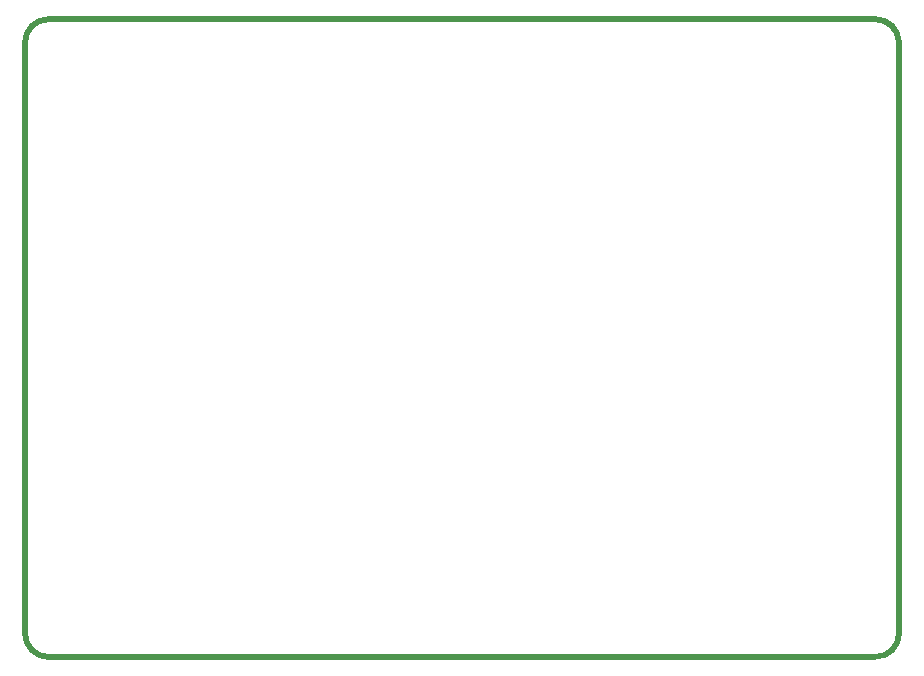
<source format=gm1>
G04*
G04 #@! TF.GenerationSoftware,Altium Limited,Altium Designer,23.4.1 (23)*
G04*
G04 Layer_Color=16711935*
%FSLAX44Y44*%
%MOMM*%
G71*
G04*
G04 #@! TF.SameCoordinates,2805C024-4D9A-4381-85FD-023388383D32*
G04*
G04*
G04 #@! TF.FilePolarity,Positive*
G04*
G01*
G75*
%ADD14C,0.5000*%
D14*
X720000Y0D02*
G03*
X740000Y20000I0J20000D01*
G01*
X0D02*
G03*
X20000Y-0I20000J-0D01*
G01*
Y540000D02*
G03*
X-0Y520000I-0J-20000D01*
G01*
X740000D02*
G03*
X720000Y540000I-20000J0D01*
G01*
X740000Y20000D02*
X740000Y520000D01*
X20000Y0D02*
X720000D01*
X0Y20000D02*
Y520000D01*
X20000Y540000D02*
X185000D01*
X555000D02*
X720000D01*
X185000D02*
X555000D01*
M02*

</source>
